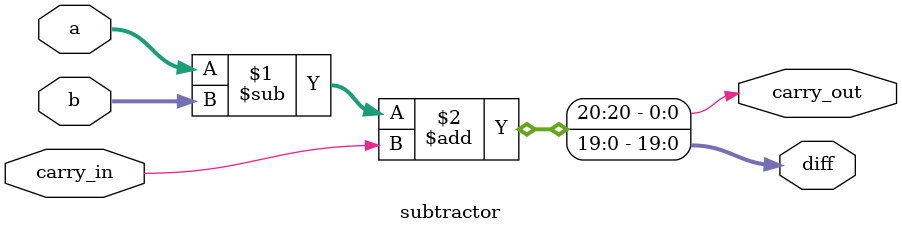
<source format=v>
module subtractor(input wire [19:0] a, input wire [19:0] b, input wire carry_in, output wire [19:0] diff, output wire carry_out);

    assign {carry_out, diff} = a - b + carry_in;

endmodule
</source>
